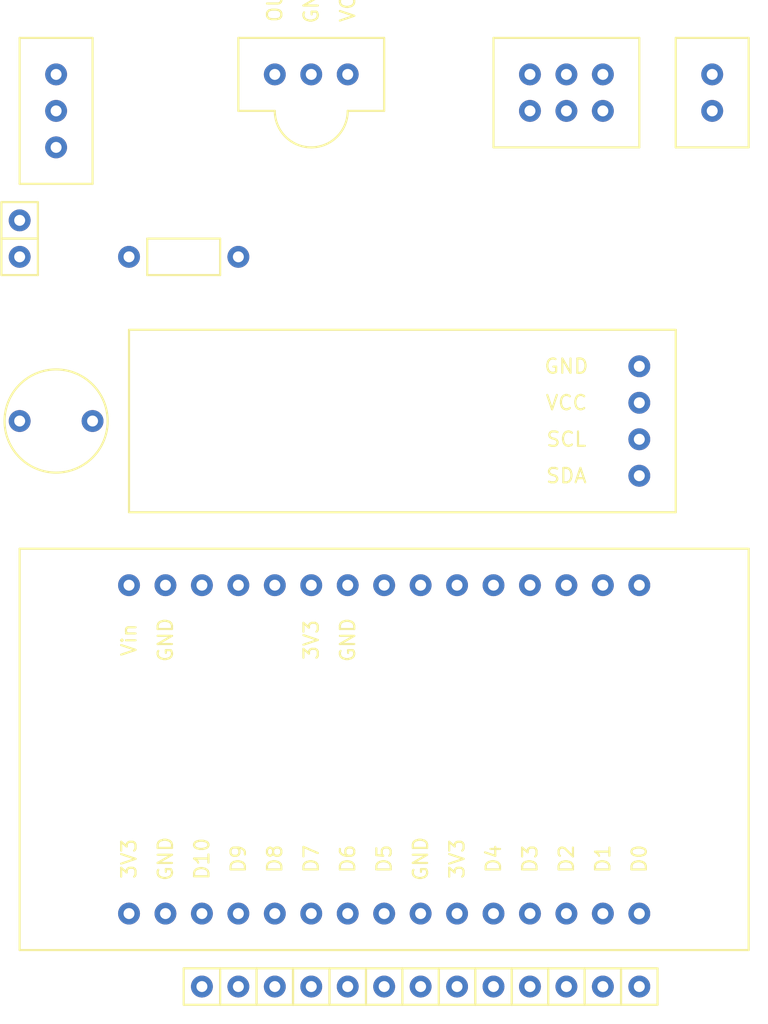
<source format=kicad_pcb>
(kicad_pcb (version 20171130) (host pcbnew "(5.0.0)")

  (general
    (thickness 1.6)
    (drawings 4)
    (tracks 0)
    (zones 0)
    (modules 23)
    (nets 1)
  )

  (page A4)
  (layers
    (0 F.Cu signal hide)
    (31 B.Cu signal hide)
    (32 B.Adhes user hide)
    (33 F.Adhes user hide)
    (34 B.Paste user hide)
    (35 F.Paste user hide)
    (36 B.SilkS user)
    (37 F.SilkS user)
    (38 B.Mask user)
    (39 F.Mask user)
    (40 Dwgs.User user)
    (41 Cmts.User user)
    (42 Eco1.User user)
    (43 Eco2.User user)
    (44 Edge.Cuts user)
    (45 Margin user)
    (46 B.CrtYd user)
    (47 F.CrtYd user)
    (48 B.Fab user)
    (49 F.Fab user)
  )

  (setup
    (last_trace_width 0.25)
    (trace_clearance 0.2)
    (zone_clearance 0.508)
    (zone_45_only no)
    (trace_min 0.2)
    (segment_width 0.2)
    (edge_width 0.15)
    (via_size 0.6)
    (via_drill 0.4)
    (via_min_size 0.4)
    (via_min_drill 0.3)
    (uvia_size 0.3)
    (uvia_drill 0.1)
    (uvias_allowed no)
    (uvia_min_size 0.2)
    (uvia_min_drill 0.1)
    (pcb_text_width 0.3)
    (pcb_text_size 1.5 1.5)
    (mod_edge_width 0.15)
    (mod_text_size 1 1)
    (mod_text_width 0.15)
    (pad_size 1.524 1.524)
    (pad_drill 0.762)
    (pad_to_mask_clearance 0.2)
    (aux_axis_origin 0 0)
    (visible_elements 7FFFFFFF)
    (pcbplotparams
      (layerselection 0x00030_80000001)
      (usegerberextensions false)
      (usegerberattributes false)
      (usegerberadvancedattributes false)
      (creategerberjobfile false)
      (excludeedgelayer true)
      (linewidth 0.100000)
      (plotframeref false)
      (viasonmask false)
      (mode 1)
      (useauxorigin false)
      (hpglpennumber 1)
      (hpglpenspeed 20)
      (hpglpendiameter 15.000000)
      (psnegative false)
      (psa4output false)
      (plotreference true)
      (plotvalue true)
      (plotinvisibletext false)
      (padsonsilk false)
      (subtractmaskfromsilk false)
      (outputformat 1)
      (mirror false)
      (drillshape 0)
      (scaleselection 1)
      (outputdirectory ""))
  )

  (net 0 "")

  (net_class Default "Ceci est la Netclass par défaut"
    (clearance 0.2)
    (trace_width 0.25)
    (via_dia 0.6)
    (via_drill 0.4)
    (uvia_dia 0.3)
    (uvia_drill 0.1)
  )

  (module ben:NodeMCU (layer F.Cu) (tedit 5BC5CEA8) (tstamp 5C029B00)
    (at 91.44 182.88)
    (fp_text reference "" (at 0 -2.04) (layer F.SilkS)
      (effects (font (size 1 1) (thickness 0.15)))
    )
    (fp_text value NodeMCU (at 0 -20.04) (layer F.Fab)
      (effects (font (size 1 1) (thickness 0.15)))
    )
    (fp_line (start 25.4 -5.08) (end 25.4 -33.02) (layer F.SilkS) (width 0.15))
    (fp_line (start 25.4 -33.02) (end -25.4 -33.02) (layer F.SilkS) (width 0.15))
    (fp_line (start -25.4 -33.02) (end -25.4 -5.08) (layer F.SilkS) (width 0.15))
    (fp_line (start 25.4 -5.08) (end -25.4 -5.08) (layer F.SilkS) (width 0.15))
    (fp_text user D0 (at 17.78 -11.43 90) (layer F.SilkS)
      (effects (font (size 1 1) (thickness 0.15)))
    )
    (fp_text user D1 (at 15.24 -11.43 90) (layer F.SilkS)
      (effects (font (size 1 1) (thickness 0.15)))
    )
    (fp_text user D2 (at 12.7 -11.43 90) (layer F.SilkS)
      (effects (font (size 1 1) (thickness 0.15)))
    )
    (fp_text user D3 (at 10.16 -11.43 90) (layer F.SilkS)
      (effects (font (size 1 1) (thickness 0.15)))
    )
    (fp_text user D4 (at 7.62 -11.43 90) (layer F.SilkS)
      (effects (font (size 1 1) (thickness 0.15)))
    )
    (fp_text user 3V3 (at 5.08 -11.43 90) (layer F.SilkS)
      (effects (font (size 1 1) (thickness 0.15)))
    )
    (fp_text user GND (at 2.54 -11.43 90) (layer F.SilkS)
      (effects (font (size 1 1) (thickness 0.15)))
    )
    (fp_text user D5 (at 0 -11.43 90) (layer F.SilkS)
      (effects (font (size 1 1) (thickness 0.15)))
    )
    (fp_text user D6 (at -2.54 -11.43 90) (layer F.SilkS)
      (effects (font (size 1 1) (thickness 0.15)))
    )
    (fp_text user D7 (at -5.08 -11.43 90) (layer F.SilkS)
      (effects (font (size 1 1) (thickness 0.15)))
    )
    (fp_text user D8 (at -7.62 -11.43 90) (layer F.SilkS)
      (effects (font (size 1 1) (thickness 0.15)))
    )
    (fp_text user D9 (at -10.16 -11.43 90) (layer F.SilkS)
      (effects (font (size 1 1) (thickness 0.15)))
    )
    (fp_text user D10 (at -12.7 -11.43 90) (layer F.SilkS)
      (effects (font (size 1 1) (thickness 0.15)))
    )
    (fp_text user GND (at -15.24 -11.43 90) (layer F.SilkS)
      (effects (font (size 1 1) (thickness 0.15)))
    )
    (fp_text user 3V3 (at -17.78 -11.43 90) (layer F.SilkS)
      (effects (font (size 1 1) (thickness 0.15)))
    )
    (fp_text user GND (at -2.54 -26.67 90) (layer F.SilkS)
      (effects (font (size 1 1) (thickness 0.15)))
    )
    (fp_text user 3V3 (at -5.08 -26.67 90) (layer F.SilkS)
      (effects (font (size 1 1) (thickness 0.15)))
    )
    (fp_text user GND (at -15.24 -26.67 90) (layer F.SilkS)
      (effects (font (size 1 1) (thickness 0.15)))
    )
    (fp_text user Vin (at -17.78 -26.67 90) (layer F.SilkS)
      (effects (font (size 1 1) (thickness 0.15)))
    )
    (pad 13 thru_hole circle (at 0 -7.62) (size 1.524 1.524) (drill 0.762) (layers *.Cu *.Mask))
    (pad 14 thru_hole circle (at 2.54 -7.62) (size 1.524 1.524) (drill 0.762) (layers *.Cu *.Mask))
    (pad 15 thru_hole circle (at 5.08 -7.62) (size 1.524 1.524) (drill 0.762) (layers *.Cu *.Mask))
    (pad 16 thru_hole circle (at 7.62 -7.62) (size 1.524 1.524) (drill 0.762) (layers *.Cu *.Mask))
    (pad 17 thru_hole circle (at 10.16 -7.62) (size 1.524 1.524) (drill 0.762) (layers *.Cu *.Mask))
    (pad 18 thru_hole circle (at 12.7 -7.62) (size 1.524 1.524) (drill 0.762) (layers *.Cu *.Mask))
    (pad 19 thru_hole circle (at 15.24 -7.62) (size 1.524 1.524) (drill 0.762) (layers *.Cu *.Mask))
    (pad 20 thru_hole circle (at 17.78 -7.62) (size 1.524 1.524) (drill 0.762) (layers *.Cu *.Mask))
    (pad 21 thru_hole circle (at -2.54 -7.62) (size 1.524 1.524) (drill 0.762) (layers *.Cu *.Mask))
    (pad 22 thru_hole circle (at -5.08 -7.62) (size 1.524 1.524) (drill 0.762) (layers *.Cu *.Mask))
    (pad 23 thru_hole circle (at -7.62 -7.62) (size 1.524 1.524) (drill 0.762) (layers *.Cu *.Mask))
    (pad 24 thru_hole circle (at -10.16 -7.62) (size 1.524 1.524) (drill 0.762) (layers *.Cu *.Mask))
    (pad 25 thru_hole circle (at -12.7 -7.62) (size 1.524 1.524) (drill 0.762) (layers *.Cu *.Mask))
    (pad 26 thru_hole circle (at -15.24 -7.62) (size 1.524 1.524) (drill 0.762) (layers *.Cu *.Mask))
    (pad 27 thru_hole circle (at -17.78 -7.62) (size 1.524 1.524) (drill 0.762) (layers *.Cu *.Mask))
    (pad 29 thru_hole circle (at 17.78 -30.48) (size 1.524 1.524) (drill 0.762) (layers *.Cu *.Mask))
    (pad 30 thru_hole circle (at 15.24 -30.48) (size 1.524 1.524) (drill 0.762) (layers *.Cu *.Mask))
    (pad 31 thru_hole circle (at 12.7 -30.48) (size 1.524 1.524) (drill 0.762) (layers *.Cu *.Mask))
    (pad 32 thru_hole circle (at 10.16 -30.48) (size 1.524 1.524) (drill 0.762) (layers *.Cu *.Mask))
    (pad 33 thru_hole circle (at 7.62 -30.48) (size 1.524 1.524) (drill 0.762) (layers *.Cu *.Mask))
    (pad 34 thru_hole circle (at 5.08 -30.48) (size 1.524 1.524) (drill 0.762) (layers *.Cu *.Mask))
    (pad 35 thru_hole circle (at 2.54 -30.48) (size 1.524 1.524) (drill 0.762) (layers *.Cu *.Mask))
    (pad 36 thru_hole circle (at 0 -30.48) (size 1.524 1.524) (drill 0.762) (layers *.Cu *.Mask))
    (pad 37 thru_hole circle (at -2.54 -30.48) (size 1.524 1.524) (drill 0.762) (layers *.Cu *.Mask))
    (pad 38 thru_hole circle (at -5.08 -30.48) (size 1.524 1.524) (drill 0.762) (layers *.Cu *.Mask))
    (pad 39 thru_hole circle (at -7.62 -30.48) (size 1.524 1.524) (drill 0.762) (layers *.Cu *.Mask))
    (pad 40 thru_hole circle (at -10.16 -30.48) (size 1.524 1.524) (drill 0.762) (layers *.Cu *.Mask))
    (pad 41 thru_hole circle (at -12.7 -30.48) (size 1.524 1.524) (drill 0.762) (layers *.Cu *.Mask))
    (pad 42 thru_hole circle (at -15.24 -30.48) (size 1.524 1.524) (drill 0.762) (layers *.Cu *.Mask))
    (pad 43 thru_hole circle (at -17.78 -30.48) (size 1.524 1.524) (drill 0.762) (layers *.Cu *.Mask))
  )

  (module ben:Display (layer F.Cu) (tedit 5BC5CEFA) (tstamp 5C029BCA)
    (at 91.44 149.86)
    (fp_text reference "" (at 0 0.5) (layer F.SilkS)
      (effects (font (size 1 1) (thickness 0.15)))
    )
    (fp_text value Display (at 0 -9) (layer F.Fab)
      (effects (font (size 1 1) (thickness 0.15)))
    )
    (fp_text user SDA (at 12.7 -5.08) (layer F.SilkS)
      (effects (font (size 1 1) (thickness 0.15)))
    )
    (fp_text user SCL (at 12.7 -7.62) (layer F.SilkS)
      (effects (font (size 1 1) (thickness 0.15)))
    )
    (fp_text user VCC (at 12.7 -10.16) (layer F.SilkS)
      (effects (font (size 1 1) (thickness 0.15)))
    )
    (fp_text user GND (at 12.7 -12.7) (layer F.SilkS)
      (effects (font (size 1 1) (thickness 0.15)))
    )
    (fp_line (start 20.32 -15.24) (end -17.78 -15.24) (layer F.SilkS) (width 0.15))
    (fp_line (start -17.78 -15.24) (end -17.78 -2.54) (layer F.SilkS) (width 0.15))
    (fp_line (start -17.78 -2.54) (end 20.32 -2.54) (layer F.SilkS) (width 0.15))
    (fp_line (start 20.32 -2.54) (end 20.32 -15.24) (layer F.SilkS) (width 0.15))
    (pad 9 thru_hole circle (at 17.78 -5.08) (size 1.524 1.524) (drill 0.762) (layers *.Cu *.Mask))
    (pad 10 thru_hole circle (at 17.78 -7.62) (size 1.524 1.524) (drill 0.762) (layers *.Cu *.Mask))
    (pad 11 thru_hole circle (at 17.78 -10.16) (size 1.524 1.524) (drill 0.762) (layers *.Cu *.Mask))
    (pad 12 thru_hole circle (at 17.78 -12.7) (size 1.524 1.524) (drill 0.762) (layers *.Cu *.Mask))
  )

  (module ben:IR (layer F.Cu) (tedit 5BC5CF54) (tstamp 5C029C57)
    (at 86.36 121.92)
    (fp_text reference "" (at 0 0.5) (layer F.SilkS)
      (effects (font (size 1 1) (thickness 0.15)))
    )
    (fp_text value IR (at 0 -2) (layer F.Fab)
      (effects (font (size 1 1) (thickness 0.15)))
    )
    (fp_arc (start 0 -2.54) (end 2.54 -2.54) (angle 90) (layer F.SilkS) (width 0.15))
    (fp_arc (start 0 -2.54) (end 0 0) (angle 90) (layer F.SilkS) (width 0.15))
    (fp_line (start 2.54 -2.54) (end 5.08 -2.54) (layer F.SilkS) (width 0.15))
    (fp_line (start 5.08 -2.54) (end 5.08 -7.62) (layer F.SilkS) (width 0.15))
    (fp_line (start 5.08 -7.62) (end -5.08 -7.62) (layer F.SilkS) (width 0.15))
    (fp_line (start -5.08 -7.62) (end -5.08 -2.54) (layer F.SilkS) (width 0.15))
    (fp_line (start -5.08 -2.54) (end -2.54 -2.54) (layer F.SilkS) (width 0.15))
    (fp_text user OUT (at -2.54 -10.16 90) (layer F.SilkS)
      (effects (font (size 1 1) (thickness 0.15)))
    )
    (fp_text user VCC (at 2.54 -10.16 90) (layer F.SilkS)
      (effects (font (size 1 1) (thickness 0.15)))
    )
    (fp_text user GND (at 0 -10.16 90) (layer F.SilkS)
      (effects (font (size 1 1) (thickness 0.15)))
    )
    (pad 44 thru_hole circle (at -2.54 -5.08) (size 1.524 1.524) (drill 0.762) (layers *.Cu *.Mask))
    (pad 45 thru_hole circle (at 0 -5.08) (size 1.524 1.524) (drill 0.762) (layers *.Cu *.Mask))
    (pad 46 thru_hole circle (at 2.54 -5.08) (size 1.524 1.524) (drill 0.762) (layers *.Cu *.Mask))
  )

  (module ben:Bornier (layer F.Cu) (tedit 5BC5D04D) (tstamp 5C029D25)
    (at 114.3 124.46)
    (fp_text reference "" (at 0 0.5) (layer F.SilkS)
      (effects (font (size 1 1) (thickness 0.15)))
    )
    (fp_text value Bornier (at 0 -3.5) (layer F.Fab)
      (effects (font (size 0.8 0.8) (thickness 0.15)))
    )
    (fp_line (start -2.54 -10.16) (end -2.54 -2.54) (layer F.SilkS) (width 0.15))
    (fp_line (start -2.54 -2.54) (end 2.54 -2.54) (layer F.SilkS) (width 0.15))
    (fp_line (start 2.54 -2.54) (end 2.54 -10.16) (layer F.SilkS) (width 0.15))
    (fp_line (start 2.54 -10.16) (end -2.54 -10.16) (layer F.SilkS) (width 0.15))
    (pad 1 thru_hole circle (at 0 -7.62) (size 1.524 1.524) (drill 0.762) (layers *.Cu *.Mask))
    (pad 2 thru_hole circle (at 0 -5.08) (size 1.524 1.524) (drill 0.762) (layers *.Cu *.Mask))
  )

  (module ben:Inter (layer F.Cu) (tedit 5BC5CFE5) (tstamp 5C029D4F)
    (at 104.14 124.46)
    (fp_text reference "" (at 0 0.5) (layer F.SilkS)
      (effects (font (size 1 1) (thickness 0.15)))
    )
    (fp_text value Inter (at 0 -3.2) (layer F.Fab)
      (effects (font (size 1 1) (thickness 0.15)))
    )
    (fp_line (start 5.08 -2.54) (end 5.08 -10.16) (layer F.SilkS) (width 0.15))
    (fp_line (start 5.08 -10.16) (end -5.08 -10.16) (layer F.SilkS) (width 0.15))
    (fp_line (start -5.08 -10.16) (end -5.08 -2.54) (layer F.SilkS) (width 0.15))
    (fp_line (start -5.08 -2.54) (end 5.08 -2.54) (layer F.SilkS) (width 0.15))
    (pad 3 thru_hole circle (at 0 -5.08) (size 1.524 1.524) (drill 0.762) (layers *.Cu *.Mask))
    (pad 4 thru_hole circle (at 0 -7.62) (size 1.524 1.524) (drill 0.762) (layers *.Cu *.Mask))
    (pad 5 thru_hole circle (at 2.54 -7.62) (size 1.524 1.524) (drill 0.762) (layers *.Cu *.Mask))
    (pad 6 thru_hole circle (at 2.54 -5.08) (size 1.524 1.524) (drill 0.762) (layers *.Cu *.Mask))
    (pad 7 thru_hole circle (at -2.54 -5.08) (size 1.524 1.524) (drill 0.762) (layers *.Cu *.Mask))
    (pad 8 thru_hole circle (at -2.54 -7.62) (size 1.524 1.524) (drill 0.762) (layers *.Cu *.Mask))
  )

  (module ben:Condo (layer F.Cu) (tedit 5BC65961) (tstamp 5BC6A416)
    (at 68.58 146.05)
    (fp_text reference "" (at 0 0.5) (layer F.SilkS) hide
      (effects (font (size 1 1) (thickness 0.15)))
    )
    (fp_text value Condo (at 0 -3.5) (layer F.Fab)
      (effects (font (size 1 1) (thickness 0.15)))
    )
    (fp_circle (center 0 -5.08) (end 2.54 -7.62) (layer F.SilkS) (width 0.15))
    (pad 2 thru_hole circle (at -2.54 -5.08) (size 1.524 1.524) (drill 0.762) (layers *.Cu *.Mask))
    (pad 1 thru_hole circle (at 2.54 -5.08) (size 1.524 1.524) (drill 0.762) (layers *.Cu *.Mask))
  )

  (module ben:Diode (layer F.Cu) (tedit 5BC65B45) (tstamp 5BC6A4EE)
    (at 78.74 127 180)
    (fp_text reference "" (at 0 0.5 180) (layer F.SilkS) hide
      (effects (font (size 1 1) (thickness 0.15)))
    )
    (fp_text value Diode (at 1.5 -0.5 180) (layer F.Fab)
      (effects (font (size 1 1) (thickness 0.15)))
    )
    (fp_line (start -1.27 -1.27) (end 3.81 -1.27) (layer F.SilkS) (width 0.15))
    (fp_line (start -1.27 -3.81) (end -1.27 -1.27) (layer F.SilkS) (width 0.15))
    (fp_line (start 3.81 -3.81) (end -1.27 -3.81) (layer F.SilkS) (width 0.15))
    (fp_line (start 3.81 -1.27) (end 3.81 -3.81) (layer F.SilkS) (width 0.15))
    (pad 2 thru_hole circle (at -2.54 -2.54 180) (size 1.524 1.524) (drill 0.762) (layers *.Cu *.Mask))
    (pad 1 thru_hole circle (at 5.08 -2.54 180) (size 1.524 1.524) (drill 0.762) (layers *.Cu *.Mask))
  )

  (module ben:Pin (layer F.Cu) (tedit 5BC65FE0) (tstamp 5BC6A620)
    (at 66.04 129.54)
    (fp_text reference "" (at 0 0.5) (layer F.SilkS)
      (effects (font (size 1 1) (thickness 0.15)))
    )
    (fp_text value "" (at 0 -0.5) (layer F.Fab) hide
      (effects (font (size 1 1) (thickness 0.15)))
    )
    (fp_line (start -1.27 -3.81) (end -1.27 -1.27) (layer F.SilkS) (width 0.15))
    (fp_line (start 1.27 -3.81) (end -1.27 -3.81) (layer F.SilkS) (width 0.15))
    (fp_line (start 1.27 -1.27) (end 1.27 -3.81) (layer F.SilkS) (width 0.15))
    (fp_line (start -1.27 -1.27) (end 1.27 -1.27) (layer F.SilkS) (width 0.15))
    (pad 1 thru_hole circle (at 0 -2.54) (size 1.524 1.524) (drill 0.762) (layers *.Cu *.Mask))
  )

  (module ben:Pin (layer F.Cu) (tedit 5BC65FE0) (tstamp 5BC6A639)
    (at 66.04 132.08)
    (fp_text reference "" (at 0 0.5) (layer F.SilkS)
      (effects (font (size 1 1) (thickness 0.15)))
    )
    (fp_text value "" (at 0 -0.5) (layer F.Fab) hide
      (effects (font (size 1 1) (thickness 0.15)))
    )
    (fp_line (start -1.27 -3.81) (end -1.27 -1.27) (layer F.SilkS) (width 0.15))
    (fp_line (start 1.27 -3.81) (end -1.27 -3.81) (layer F.SilkS) (width 0.15))
    (fp_line (start 1.27 -1.27) (end 1.27 -3.81) (layer F.SilkS) (width 0.15))
    (fp_line (start -1.27 -1.27) (end 1.27 -1.27) (layer F.SilkS) (width 0.15))
    (pad 1 thru_hole circle (at 0 -2.54) (size 1.524 1.524) (drill 0.762) (layers *.Cu *.Mask))
  )

  (module ben:Pin (layer F.Cu) (tedit 5BC65FE0) (tstamp 5BC6A642)
    (at 109.22 182.88)
    (fp_text reference "" (at 0 0.5) (layer F.SilkS)
      (effects (font (size 1 1) (thickness 0.15)))
    )
    (fp_text value "" (at 0 -0.5) (layer F.Fab) hide
      (effects (font (size 1 1) (thickness 0.15)))
    )
    (fp_line (start -1.27 -3.81) (end -1.27 -1.27) (layer F.SilkS) (width 0.15))
    (fp_line (start 1.27 -3.81) (end -1.27 -3.81) (layer F.SilkS) (width 0.15))
    (fp_line (start 1.27 -1.27) (end 1.27 -3.81) (layer F.SilkS) (width 0.15))
    (fp_line (start -1.27 -1.27) (end 1.27 -1.27) (layer F.SilkS) (width 0.15))
    (pad 1 thru_hole circle (at 0 -2.54) (size 1.524 1.524) (drill 0.762) (layers *.Cu *.Mask))
  )

  (module ben:Pin (layer F.Cu) (tedit 5BC65FE0) (tstamp 5BC6A64B)
    (at 106.68 182.88)
    (fp_text reference "" (at 0 0.5) (layer F.SilkS)
      (effects (font (size 1 1) (thickness 0.15)))
    )
    (fp_text value "" (at 0 -0.5) (layer F.Fab) hide
      (effects (font (size 1 1) (thickness 0.15)))
    )
    (fp_line (start -1.27 -3.81) (end -1.27 -1.27) (layer F.SilkS) (width 0.15))
    (fp_line (start 1.27 -3.81) (end -1.27 -3.81) (layer F.SilkS) (width 0.15))
    (fp_line (start 1.27 -1.27) (end 1.27 -3.81) (layer F.SilkS) (width 0.15))
    (fp_line (start -1.27 -1.27) (end 1.27 -1.27) (layer F.SilkS) (width 0.15))
    (pad 1 thru_hole circle (at 0 -2.54) (size 1.524 1.524) (drill 0.762) (layers *.Cu *.Mask))
  )

  (module ben:Pin (layer F.Cu) (tedit 5BC65FE0) (tstamp 5BC6A654)
    (at 104.14 182.88)
    (fp_text reference "" (at 0 0.5) (layer F.SilkS)
      (effects (font (size 1 1) (thickness 0.15)))
    )
    (fp_text value "" (at 0 -0.5) (layer F.Fab) hide
      (effects (font (size 1 1) (thickness 0.15)))
    )
    (fp_line (start -1.27 -3.81) (end -1.27 -1.27) (layer F.SilkS) (width 0.15))
    (fp_line (start 1.27 -3.81) (end -1.27 -3.81) (layer F.SilkS) (width 0.15))
    (fp_line (start 1.27 -1.27) (end 1.27 -3.81) (layer F.SilkS) (width 0.15))
    (fp_line (start -1.27 -1.27) (end 1.27 -1.27) (layer F.SilkS) (width 0.15))
    (pad 1 thru_hole circle (at 0 -2.54) (size 1.524 1.524) (drill 0.762) (layers *.Cu *.Mask))
  )

  (module ben:Pin (layer F.Cu) (tedit 5BC65FE0) (tstamp 5BC6A65D)
    (at 101.6 182.88)
    (fp_text reference "" (at 0 0.5) (layer F.SilkS)
      (effects (font (size 1 1) (thickness 0.15)))
    )
    (fp_text value "" (at 0 -0.5) (layer F.Fab) hide
      (effects (font (size 1 1) (thickness 0.15)))
    )
    (fp_line (start -1.27 -3.81) (end -1.27 -1.27) (layer F.SilkS) (width 0.15))
    (fp_line (start 1.27 -3.81) (end -1.27 -3.81) (layer F.SilkS) (width 0.15))
    (fp_line (start 1.27 -1.27) (end 1.27 -3.81) (layer F.SilkS) (width 0.15))
    (fp_line (start -1.27 -1.27) (end 1.27 -1.27) (layer F.SilkS) (width 0.15))
    (pad 1 thru_hole circle (at 0 -2.54) (size 1.524 1.524) (drill 0.762) (layers *.Cu *.Mask))
  )

  (module ben:Pin (layer F.Cu) (tedit 5BC65FE0) (tstamp 5BC6A666)
    (at 99.06 182.88)
    (fp_text reference "" (at 0 0.5) (layer F.SilkS)
      (effects (font (size 1 1) (thickness 0.15)))
    )
    (fp_text value "" (at 0 -0.5) (layer F.Fab) hide
      (effects (font (size 1 1) (thickness 0.15)))
    )
    (fp_line (start -1.27 -3.81) (end -1.27 -1.27) (layer F.SilkS) (width 0.15))
    (fp_line (start 1.27 -3.81) (end -1.27 -3.81) (layer F.SilkS) (width 0.15))
    (fp_line (start 1.27 -1.27) (end 1.27 -3.81) (layer F.SilkS) (width 0.15))
    (fp_line (start -1.27 -1.27) (end 1.27 -1.27) (layer F.SilkS) (width 0.15))
    (pad 1 thru_hole circle (at 0 -2.54) (size 1.524 1.524) (drill 0.762) (layers *.Cu *.Mask))
  )

  (module ben:Pin (layer F.Cu) (tedit 5BC65FE0) (tstamp 5BC6A66F)
    (at 96.52 182.88)
    (fp_text reference "" (at 0 0.5) (layer F.SilkS)
      (effects (font (size 1 1) (thickness 0.15)))
    )
    (fp_text value "" (at 0 -0.5) (layer F.Fab) hide
      (effects (font (size 1 1) (thickness 0.15)))
    )
    (fp_line (start -1.27 -3.81) (end -1.27 -1.27) (layer F.SilkS) (width 0.15))
    (fp_line (start 1.27 -3.81) (end -1.27 -3.81) (layer F.SilkS) (width 0.15))
    (fp_line (start 1.27 -1.27) (end 1.27 -3.81) (layer F.SilkS) (width 0.15))
    (fp_line (start -1.27 -1.27) (end 1.27 -1.27) (layer F.SilkS) (width 0.15))
    (pad 1 thru_hole circle (at 0 -2.54) (size 1.524 1.524) (drill 0.762) (layers *.Cu *.Mask))
  )

  (module ben:Pin (layer F.Cu) (tedit 5BC65FE0) (tstamp 5BC6A678)
    (at 93.98 182.88)
    (fp_text reference "" (at 0 0.5) (layer F.SilkS)
      (effects (font (size 1 1) (thickness 0.15)))
    )
    (fp_text value "" (at 0 -0.5) (layer F.Fab) hide
      (effects (font (size 1 1) (thickness 0.15)))
    )
    (fp_line (start -1.27 -3.81) (end -1.27 -1.27) (layer F.SilkS) (width 0.15))
    (fp_line (start 1.27 -3.81) (end -1.27 -3.81) (layer F.SilkS) (width 0.15))
    (fp_line (start 1.27 -1.27) (end 1.27 -3.81) (layer F.SilkS) (width 0.15))
    (fp_line (start -1.27 -1.27) (end 1.27 -1.27) (layer F.SilkS) (width 0.15))
    (pad 1 thru_hole circle (at 0 -2.54) (size 1.524 1.524) (drill 0.762) (layers *.Cu *.Mask))
  )

  (module ben:Pin (layer F.Cu) (tedit 5BC65FE0) (tstamp 5BC6A681)
    (at 91.44 182.88)
    (fp_text reference "" (at 0 0.5) (layer F.SilkS)
      (effects (font (size 1 1) (thickness 0.15)))
    )
    (fp_text value "" (at 0 -0.5) (layer F.Fab) hide
      (effects (font (size 1 1) (thickness 0.15)))
    )
    (fp_line (start -1.27 -3.81) (end -1.27 -1.27) (layer F.SilkS) (width 0.15))
    (fp_line (start 1.27 -3.81) (end -1.27 -3.81) (layer F.SilkS) (width 0.15))
    (fp_line (start 1.27 -1.27) (end 1.27 -3.81) (layer F.SilkS) (width 0.15))
    (fp_line (start -1.27 -1.27) (end 1.27 -1.27) (layer F.SilkS) (width 0.15))
    (pad 1 thru_hole circle (at 0 -2.54) (size 1.524 1.524) (drill 0.762) (layers *.Cu *.Mask))
  )

  (module ben:Pin (layer F.Cu) (tedit 5BC65FE0) (tstamp 5BC6A68A)
    (at 88.9 182.88)
    (fp_text reference "" (at 0 0.5) (layer F.SilkS)
      (effects (font (size 1 1) (thickness 0.15)))
    )
    (fp_text value "" (at 0 -0.5) (layer F.Fab) hide
      (effects (font (size 1 1) (thickness 0.15)))
    )
    (fp_line (start -1.27 -3.81) (end -1.27 -1.27) (layer F.SilkS) (width 0.15))
    (fp_line (start 1.27 -3.81) (end -1.27 -3.81) (layer F.SilkS) (width 0.15))
    (fp_line (start 1.27 -1.27) (end 1.27 -3.81) (layer F.SilkS) (width 0.15))
    (fp_line (start -1.27 -1.27) (end 1.27 -1.27) (layer F.SilkS) (width 0.15))
    (pad 1 thru_hole circle (at 0 -2.54) (size 1.524 1.524) (drill 0.762) (layers *.Cu *.Mask))
  )

  (module ben:Pin (layer F.Cu) (tedit 5BC65FE0) (tstamp 5BC6A693)
    (at 86.36 182.88)
    (fp_text reference "" (at 0 0.5) (layer F.SilkS)
      (effects (font (size 1 1) (thickness 0.15)))
    )
    (fp_text value "" (at 0 -0.5) (layer F.Fab) hide
      (effects (font (size 1 1) (thickness 0.15)))
    )
    (fp_line (start -1.27 -3.81) (end -1.27 -1.27) (layer F.SilkS) (width 0.15))
    (fp_line (start 1.27 -3.81) (end -1.27 -3.81) (layer F.SilkS) (width 0.15))
    (fp_line (start 1.27 -1.27) (end 1.27 -3.81) (layer F.SilkS) (width 0.15))
    (fp_line (start -1.27 -1.27) (end 1.27 -1.27) (layer F.SilkS) (width 0.15))
    (pad 1 thru_hole circle (at 0 -2.54) (size 1.524 1.524) (drill 0.762) (layers *.Cu *.Mask))
  )

  (module ben:Pin (layer F.Cu) (tedit 5BC65FE0) (tstamp 5BC6A69C)
    (at 83.82 182.88)
    (fp_text reference "" (at 0 0.5) (layer F.SilkS)
      (effects (font (size 1 1) (thickness 0.15)))
    )
    (fp_text value "" (at 0 -0.5) (layer F.Fab) hide
      (effects (font (size 1 1) (thickness 0.15)))
    )
    (fp_line (start -1.27 -3.81) (end -1.27 -1.27) (layer F.SilkS) (width 0.15))
    (fp_line (start 1.27 -3.81) (end -1.27 -3.81) (layer F.SilkS) (width 0.15))
    (fp_line (start 1.27 -1.27) (end 1.27 -3.81) (layer F.SilkS) (width 0.15))
    (fp_line (start -1.27 -1.27) (end 1.27 -1.27) (layer F.SilkS) (width 0.15))
    (pad 1 thru_hole circle (at 0 -2.54) (size 1.524 1.524) (drill 0.762) (layers *.Cu *.Mask))
  )

  (module ben:Pin (layer F.Cu) (tedit 5BC65FE0) (tstamp 5BC6A6A5)
    (at 81.28 182.88)
    (fp_text reference "" (at 0 0.5) (layer F.SilkS)
      (effects (font (size 1 1) (thickness 0.15)))
    )
    (fp_text value "" (at 0 -0.5) (layer F.Fab) hide
      (effects (font (size 1 1) (thickness 0.15)))
    )
    (fp_line (start -1.27 -3.81) (end -1.27 -1.27) (layer F.SilkS) (width 0.15))
    (fp_line (start 1.27 -3.81) (end -1.27 -3.81) (layer F.SilkS) (width 0.15))
    (fp_line (start 1.27 -1.27) (end 1.27 -3.81) (layer F.SilkS) (width 0.15))
    (fp_line (start -1.27 -1.27) (end 1.27 -1.27) (layer F.SilkS) (width 0.15))
    (pad 1 thru_hole circle (at 0 -2.54) (size 1.524 1.524) (drill 0.762) (layers *.Cu *.Mask))
  )

  (module ben:Pin (layer F.Cu) (tedit 5BC65FE0) (tstamp 5BC6A6AE)
    (at 78.74 182.88)
    (fp_text reference "" (at 0 0.5) (layer F.SilkS)
      (effects (font (size 1 1) (thickness 0.15)))
    )
    (fp_text value "" (at 0 -0.5) (layer F.Fab) hide
      (effects (font (size 1 1) (thickness 0.15)))
    )
    (fp_line (start -1.27 -3.81) (end -1.27 -1.27) (layer F.SilkS) (width 0.15))
    (fp_line (start 1.27 -3.81) (end -1.27 -3.81) (layer F.SilkS) (width 0.15))
    (fp_line (start 1.27 -1.27) (end 1.27 -3.81) (layer F.SilkS) (width 0.15))
    (fp_line (start -1.27 -1.27) (end 1.27 -1.27) (layer F.SilkS) (width 0.15))
    (pad 1 thru_hole circle (at 0 -2.54) (size 1.524 1.524) (drill 0.762) (layers *.Cu *.Mask))
  )

  (module ben:Bornier3 (layer F.Cu) (tedit 5BC66587) (tstamp 5BD296AB)
    (at 68.58 127)
    (fp_text reference "" (at 0 0.5) (layer F.SilkS)
      (effects (font (size 1 1) (thickness 0.15)))
    )
    (fp_text value Bornier3 (at 0 -3.5) (layer F.Fab)
      (effects (font (size 0.8 0.8) (thickness 0.15)))
    )
    (fp_line (start -2.54 -12.7) (end -2.54 -2.54) (layer F.SilkS) (width 0.15))
    (fp_line (start 2.54 -12.7) (end -2.54 -12.7) (layer F.SilkS) (width 0.15))
    (fp_line (start 2.54 -2.54) (end 2.54 -12.7) (layer F.SilkS) (width 0.15))
    (fp_line (start -2.54 -2.54) (end 2.54 -2.54) (layer F.SilkS) (width 0.15))
    (pad 3 thru_hole circle (at 0 -10.16) (size 1.524 1.524) (drill 0.762) (layers *.Cu *.Mask))
    (pad 2 thru_hole circle (at 0 -7.62) (size 1.524 1.524) (drill 0.762) (layers *.Cu *.Mask))
    (pad 1 thru_hole circle (at 0 -5.08) (size 1.524 1.524) (drill 0.762) (layers *.Cu *.Mask))
  )

  (gr_line (start 118.11 111.76) (end 118.11 182.88) (angle 90) (layer Dwgs.User) (width 0.2))
  (gr_line (start 64.77 111.76) (end 118.11 111.76) (angle 90) (layer Dwgs.User) (width 0.2))
  (gr_line (start 64.77 182.88) (end 64.77 111.76) (angle 90) (layer Dwgs.User) (width 0.2))
  (gr_line (start 118.11 182.88) (end 64.77 182.88) (angle 90) (layer Dwgs.User) (width 0.2))

)

</source>
